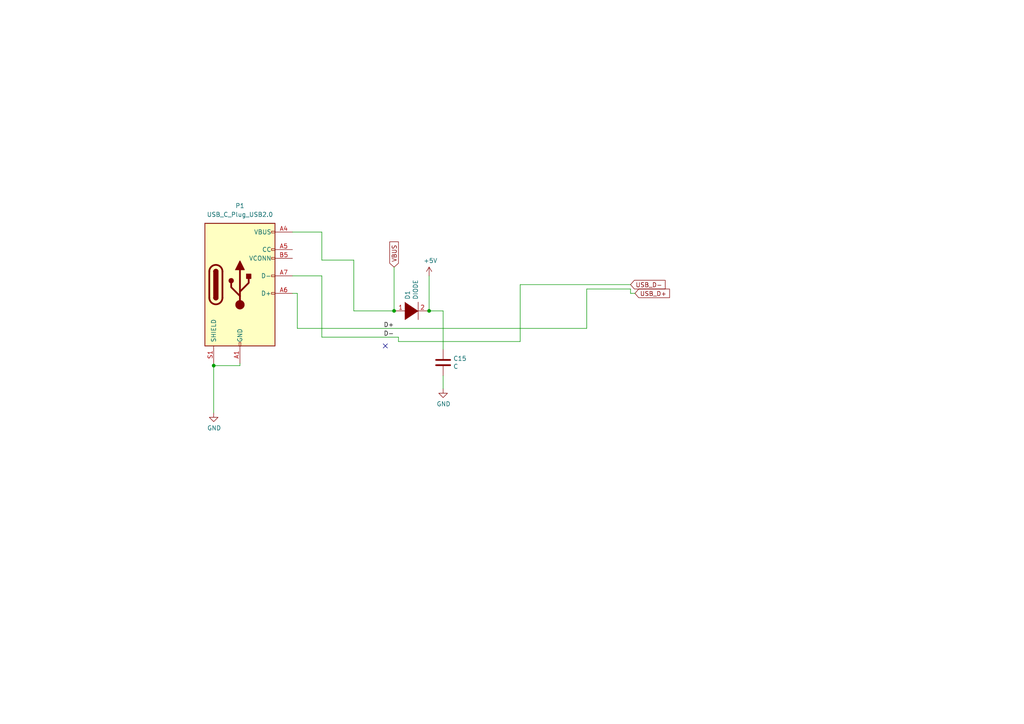
<source format=kicad_sch>
(kicad_sch (version 20230121) (generator eeschema)

  (uuid 8fa4d37e-fadc-451f-9ec6-918de86ebc0d)

  (paper "A4")

  (lib_symbols
    (symbol "Connector:USB_C_Plug_USB2.0" (pin_names (offset 1.016)) (in_bom yes) (on_board yes)
      (property "Reference" "P" (at -10.16 19.05 0)
        (effects (font (size 1.27 1.27)) (justify left))
      )
      (property "Value" "USB_C_Plug_USB2.0" (at 12.7 19.05 0)
        (effects (font (size 1.27 1.27)) (justify right))
      )
      (property "Footprint" "" (at 3.81 0 0)
        (effects (font (size 1.27 1.27)) hide)
      )
      (property "Datasheet" "https://www.usb.org/sites/default/files/documents/usb_type-c.zip" (at 3.81 0 0)
        (effects (font (size 1.27 1.27)) hide)
      )
      (property "ki_keywords" "usb universal serial bus type-C USB2.0" (at 0 0 0)
        (effects (font (size 1.27 1.27)) hide)
      )
      (property "ki_description" "USB 2.0-only Type-C Plug connector" (at 0 0 0)
        (effects (font (size 1.27 1.27)) hide)
      )
      (property "ki_fp_filters" "USB*C*Plug*" (at 0 0 0)
        (effects (font (size 1.27 1.27)) hide)
      )
      (symbol "USB_C_Plug_USB2.0_0_0"
        (rectangle (start -0.254 -17.78) (end 0.254 -16.764)
          (stroke (width 0) (type default))
          (fill (type none))
        )
        (rectangle (start 10.16 -2.286) (end 9.144 -2.794)
          (stroke (width 0) (type default))
          (fill (type none))
        )
        (rectangle (start 10.16 2.794) (end 9.144 2.286)
          (stroke (width 0) (type default))
          (fill (type none))
        )
        (rectangle (start 10.16 7.874) (end 9.144 7.366)
          (stroke (width 0) (type default))
          (fill (type none))
        )
        (rectangle (start 10.16 10.414) (end 9.144 9.906)
          (stroke (width 0) (type default))
          (fill (type none))
        )
        (rectangle (start 10.16 15.494) (end 9.144 14.986)
          (stroke (width 0) (type default))
          (fill (type none))
        )
      )
      (symbol "USB_C_Plug_USB2.0_0_1"
        (rectangle (start -10.16 17.78) (end 10.16 -17.78)
          (stroke (width 0.254) (type default))
          (fill (type background))
        )
        (arc (start -8.89 -3.81) (mid -6.985 -5.7067) (end -5.08 -3.81)
          (stroke (width 0.508) (type default))
          (fill (type none))
        )
        (arc (start -7.62 -3.81) (mid -6.985 -4.4423) (end -6.35 -3.81)
          (stroke (width 0.254) (type default))
          (fill (type none))
        )
        (arc (start -7.62 -3.81) (mid -6.985 -4.4423) (end -6.35 -3.81)
          (stroke (width 0.254) (type default))
          (fill (type outline))
        )
        (rectangle (start -7.62 -3.81) (end -6.35 3.81)
          (stroke (width 0.254) (type default))
          (fill (type outline))
        )
        (arc (start -6.35 3.81) (mid -6.985 4.4423) (end -7.62 3.81)
          (stroke (width 0.254) (type default))
          (fill (type none))
        )
        (arc (start -6.35 3.81) (mid -6.985 4.4423) (end -7.62 3.81)
          (stroke (width 0.254) (type default))
          (fill (type outline))
        )
        (arc (start -5.08 3.81) (mid -6.985 5.7067) (end -8.89 3.81)
          (stroke (width 0.508) (type default))
          (fill (type none))
        )
        (circle (center -2.54 1.143) (radius 0.635)
          (stroke (width 0.254) (type default))
          (fill (type outline))
        )
        (circle (center 0 -5.842) (radius 1.27)
          (stroke (width 0) (type default))
          (fill (type outline))
        )
        (polyline
          (pts
            (xy -8.89 -3.81)
            (xy -8.89 3.81)
          )
          (stroke (width 0.508) (type default))
          (fill (type none))
        )
        (polyline
          (pts
            (xy -5.08 3.81)
            (xy -5.08 -3.81)
          )
          (stroke (width 0.508) (type default))
          (fill (type none))
        )
        (polyline
          (pts
            (xy 0 -5.842)
            (xy 0 4.318)
          )
          (stroke (width 0.508) (type default))
          (fill (type none))
        )
        (polyline
          (pts
            (xy 0 -3.302)
            (xy -2.54 -0.762)
            (xy -2.54 0.508)
          )
          (stroke (width 0.508) (type default))
          (fill (type none))
        )
        (polyline
          (pts
            (xy 0 -2.032)
            (xy 2.54 0.508)
            (xy 2.54 1.778)
          )
          (stroke (width 0.508) (type default))
          (fill (type none))
        )
        (polyline
          (pts
            (xy -1.27 4.318)
            (xy 0 6.858)
            (xy 1.27 4.318)
            (xy -1.27 4.318)
          )
          (stroke (width 0.254) (type default))
          (fill (type outline))
        )
        (rectangle (start 1.905 1.778) (end 3.175 3.048)
          (stroke (width 0.254) (type default))
          (fill (type outline))
        )
      )
      (symbol "USB_C_Plug_USB2.0_1_1"
        (pin passive line (at 0 -22.86 90) (length 5.08)
          (name "GND" (effects (font (size 1.27 1.27))))
          (number "A1" (effects (font (size 1.27 1.27))))
        )
        (pin passive line (at 0 -22.86 90) (length 5.08) hide
          (name "GND" (effects (font (size 1.27 1.27))))
          (number "A12" (effects (font (size 1.27 1.27))))
        )
        (pin passive line (at 15.24 15.24 180) (length 5.08)
          (name "VBUS" (effects (font (size 1.27 1.27))))
          (number "A4" (effects (font (size 1.27 1.27))))
        )
        (pin bidirectional line (at 15.24 10.16 180) (length 5.08)
          (name "CC" (effects (font (size 1.27 1.27))))
          (number "A5" (effects (font (size 1.27 1.27))))
        )
        (pin bidirectional line (at 15.24 -2.54 180) (length 5.08)
          (name "D+" (effects (font (size 1.27 1.27))))
          (number "A6" (effects (font (size 1.27 1.27))))
        )
        (pin bidirectional line (at 15.24 2.54 180) (length 5.08)
          (name "D-" (effects (font (size 1.27 1.27))))
          (number "A7" (effects (font (size 1.27 1.27))))
        )
        (pin passive line (at 15.24 15.24 180) (length 5.08) hide
          (name "VBUS" (effects (font (size 1.27 1.27))))
          (number "A9" (effects (font (size 1.27 1.27))))
        )
        (pin passive line (at 0 -22.86 90) (length 5.08) hide
          (name "GND" (effects (font (size 1.27 1.27))))
          (number "B1" (effects (font (size 1.27 1.27))))
        )
        (pin passive line (at 0 -22.86 90) (length 5.08) hide
          (name "GND" (effects (font (size 1.27 1.27))))
          (number "B12" (effects (font (size 1.27 1.27))))
        )
        (pin passive line (at 15.24 15.24 180) (length 5.08) hide
          (name "VBUS" (effects (font (size 1.27 1.27))))
          (number "B4" (effects (font (size 1.27 1.27))))
        )
        (pin bidirectional line (at 15.24 7.62 180) (length 5.08)
          (name "VCONN" (effects (font (size 1.27 1.27))))
          (number "B5" (effects (font (size 1.27 1.27))))
        )
        (pin passive line (at 15.24 15.24 180) (length 5.08) hide
          (name "VBUS" (effects (font (size 1.27 1.27))))
          (number "B9" (effects (font (size 1.27 1.27))))
        )
        (pin passive line (at -7.62 -22.86 90) (length 5.08)
          (name "SHIELD" (effects (font (size 1.27 1.27))))
          (number "S1" (effects (font (size 1.27 1.27))))
        )
      )
    )
    (symbol "Device:C" (pin_numbers hide) (pin_names (offset 0.254)) (in_bom yes) (on_board yes)
      (property "Reference" "C" (at 0.635 2.54 0)
        (effects (font (size 1.27 1.27)) (justify left))
      )
      (property "Value" "C" (at 0.635 -2.54 0)
        (effects (font (size 1.27 1.27)) (justify left))
      )
      (property "Footprint" "" (at 0.9652 -3.81 0)
        (effects (font (size 1.27 1.27)) hide)
      )
      (property "Datasheet" "~" (at 0 0 0)
        (effects (font (size 1.27 1.27)) hide)
      )
      (property "ki_keywords" "cap capacitor" (at 0 0 0)
        (effects (font (size 1.27 1.27)) hide)
      )
      (property "ki_description" "Unpolarized capacitor" (at 0 0 0)
        (effects (font (size 1.27 1.27)) hide)
      )
      (property "ki_fp_filters" "C_*" (at 0 0 0)
        (effects (font (size 1.27 1.27)) hide)
      )
      (symbol "C_0_1"
        (polyline
          (pts
            (xy -2.032 -0.762)
            (xy 2.032 -0.762)
          )
          (stroke (width 0.508) (type default))
          (fill (type none))
        )
        (polyline
          (pts
            (xy -2.032 0.762)
            (xy 2.032 0.762)
          )
          (stroke (width 0.508) (type default))
          (fill (type none))
        )
      )
      (symbol "C_1_1"
        (pin passive line (at 0 3.81 270) (length 2.794)
          (name "~" (effects (font (size 1.27 1.27))))
          (number "1" (effects (font (size 1.27 1.27))))
        )
        (pin passive line (at 0 -3.81 90) (length 2.794)
          (name "~" (effects (font (size 1.27 1.27))))
          (number "2" (effects (font (size 1.27 1.27))))
        )
      )
    )
    (symbol "power:+5V" (power) (pin_names (offset 0)) (in_bom yes) (on_board yes)
      (property "Reference" "#PWR" (at 0 -3.81 0)
        (effects (font (size 1.27 1.27)) hide)
      )
      (property "Value" "+5V" (at 0 3.556 0)
        (effects (font (size 1.27 1.27)))
      )
      (property "Footprint" "" (at 0 0 0)
        (effects (font (size 1.27 1.27)) hide)
      )
      (property "Datasheet" "" (at 0 0 0)
        (effects (font (size 1.27 1.27)) hide)
      )
      (property "ki_keywords" "power-flag" (at 0 0 0)
        (effects (font (size 1.27 1.27)) hide)
      )
      (property "ki_description" "Power symbol creates a global label with name \"+5V\"" (at 0 0 0)
        (effects (font (size 1.27 1.27)) hide)
      )
      (symbol "+5V_0_1"
        (polyline
          (pts
            (xy -0.762 1.27)
            (xy 0 2.54)
          )
          (stroke (width 0) (type default))
          (fill (type none))
        )
        (polyline
          (pts
            (xy 0 0)
            (xy 0 2.54)
          )
          (stroke (width 0) (type default))
          (fill (type none))
        )
        (polyline
          (pts
            (xy 0 2.54)
            (xy 0.762 1.27)
          )
          (stroke (width 0) (type default))
          (fill (type none))
        )
      )
      (symbol "+5V_1_1"
        (pin power_in line (at 0 0 90) (length 0) hide
          (name "+5V" (effects (font (size 1.27 1.27))))
          (number "1" (effects (font (size 1.27 1.27))))
        )
      )
    )
    (symbol "power:GND" (power) (pin_names (offset 0)) (in_bom yes) (on_board yes)
      (property "Reference" "#PWR" (at 0 -6.35 0)
        (effects (font (size 1.27 1.27)) hide)
      )
      (property "Value" "GND" (at 0 -3.81 0)
        (effects (font (size 1.27 1.27)))
      )
      (property "Footprint" "" (at 0 0 0)
        (effects (font (size 1.27 1.27)) hide)
      )
      (property "Datasheet" "" (at 0 0 0)
        (effects (font (size 1.27 1.27)) hide)
      )
      (property "ki_keywords" "power-flag" (at 0 0 0)
        (effects (font (size 1.27 1.27)) hide)
      )
      (property "ki_description" "Power symbol creates a global label with name \"GND\" , ground" (at 0 0 0)
        (effects (font (size 1.27 1.27)) hide)
      )
      (symbol "GND_0_1"
        (polyline
          (pts
            (xy 0 0)
            (xy 0 -1.27)
            (xy 1.27 -1.27)
            (xy 0 -2.54)
            (xy -1.27 -1.27)
            (xy 0 -1.27)
          )
          (stroke (width 0) (type default))
          (fill (type none))
        )
      )
      (symbol "GND_1_1"
        (pin power_in line (at 0 0 270) (length 0) hide
          (name "GND" (effects (font (size 1.27 1.27))))
          (number "1" (effects (font (size 1.27 1.27))))
        )
      )
    )
    (symbol "pspice:DIODE" (pin_names (offset 1.016) hide) (in_bom yes) (on_board yes)
      (property "Reference" "D" (at 0 3.81 0)
        (effects (font (size 1.27 1.27)))
      )
      (property "Value" "DIODE" (at 0 -4.445 0)
        (effects (font (size 1.27 1.27)))
      )
      (property "Footprint" "" (at 0 0 0)
        (effects (font (size 1.27 1.27)) hide)
      )
      (property "Datasheet" "~" (at 0 0 0)
        (effects (font (size 1.27 1.27)) hide)
      )
      (property "ki_keywords" "simulation" (at 0 0 0)
        (effects (font (size 1.27 1.27)) hide)
      )
      (property "ki_description" "Diode symbol for simulation only. Pin order incompatible with official kicad footprints" (at 0 0 0)
        (effects (font (size 1.27 1.27)) hide)
      )
      (symbol "DIODE_0_1"
        (polyline
          (pts
            (xy 1.905 2.54)
            (xy 1.905 -2.54)
          )
          (stroke (width 0) (type default))
          (fill (type none))
        )
        (polyline
          (pts
            (xy -1.905 2.54)
            (xy -1.905 -2.54)
            (xy 1.905 0)
          )
          (stroke (width 0) (type default))
          (fill (type outline))
        )
      )
      (symbol "DIODE_1_1"
        (pin input line (at -5.08 0 0) (length 3.81)
          (name "K" (effects (font (size 1.27 1.27))))
          (number "1" (effects (font (size 1.27 1.27))))
        )
        (pin input line (at 5.08 0 180) (length 3.81)
          (name "A" (effects (font (size 1.27 1.27))))
          (number "2" (effects (font (size 1.27 1.27))))
        )
      )
    )
  )

  (junction (at 124.46 90.17) (diameter 0) (color 0 0 0 0)
    (uuid 16349f84-c7e0-40ec-8aa7-b6ff4f567f4c)
  )
  (junction (at 61.976 106.045) (diameter 0) (color 0 0 0 0)
    (uuid d09b1073-aac5-47c5-8ff6-41dd388b4acf)
  )
  (junction (at 114.3 90.17) (diameter 0) (color 0 0 0 0)
    (uuid dabfed75-ae1f-4929-bea4-07eb230bdc12)
  )

  (no_connect (at 111.76 100.33) (uuid 61c1078c-a3e1-4ae2-87a0-c408310b6a5d))

  (wire (pts (xy 128.524 108.966) (xy 128.524 112.776))
    (stroke (width 0) (type default))
    (uuid 0fe602d8-e94a-4a2f-8be3-6ab516c58053)
  )
  (wire (pts (xy 84.836 85.09) (xy 86.233 85.09))
    (stroke (width 0) (type default))
    (uuid 14aa4a6f-04f6-452e-954f-4588e1ab49d9)
  )
  (wire (pts (xy 115.57 97.79) (xy 115.57 99.06))
    (stroke (width 0) (type default))
    (uuid 17b184c5-466e-4721-a751-83dac0c4e6f6)
  )
  (wire (pts (xy 69.596 106.045) (xy 69.596 105.41))
    (stroke (width 0) (type default))
    (uuid 19f6e1f8-76b0-4cca-a66b-d92f0a25a5cc)
  )
  (wire (pts (xy 61.976 105.41) (xy 61.976 106.045))
    (stroke (width 0) (type default))
    (uuid 1bd21e6e-10fe-42de-8483-c1cd8de202f2)
  )
  (wire (pts (xy 182.88 82.55) (xy 150.876 82.55))
    (stroke (width 0) (type default))
    (uuid 27cd8dab-44cb-4cd5-81d3-f9ba193e258f)
  )
  (wire (pts (xy 170.18 83.82) (xy 170.18 95.25))
    (stroke (width 0) (type default))
    (uuid 3943751c-59d4-43ed-9d28-400c6e35c9cb)
  )
  (wire (pts (xy 124.46 80.01) (xy 124.46 90.17))
    (stroke (width 0) (type default))
    (uuid 3e802468-700b-4460-bb68-cb6d2297a859)
  )
  (wire (pts (xy 115.57 99.06) (xy 150.876 99.06))
    (stroke (width 0) (type default))
    (uuid 3f22d8c7-4440-4246-b10b-eb5e03050518)
  )
  (wire (pts (xy 182.88 85.09) (xy 182.88 83.82))
    (stroke (width 0) (type default))
    (uuid 4f6d307f-848e-42c8-ab65-51ca1b1078a3)
  )
  (wire (pts (xy 114.3 77.47) (xy 114.3 90.17))
    (stroke (width 0) (type default))
    (uuid 535b23f2-0dd8-4c14-898f-3769c7613e5f)
  )
  (wire (pts (xy 128.524 90.17) (xy 128.524 101.346))
    (stroke (width 0) (type default))
    (uuid 7009dbbf-69cd-4e18-9890-24ffc33e1ff9)
  )
  (wire (pts (xy 84.836 67.31) (xy 93.345 67.31))
    (stroke (width 0) (type default))
    (uuid 884b90d1-9af2-4b19-9814-f64e93c92eac)
  )
  (wire (pts (xy 184.15 85.09) (xy 182.88 85.09))
    (stroke (width 0) (type default))
    (uuid 8b3d9f92-f353-44a7-a8eb-6bb5dff1929e)
  )
  (wire (pts (xy 61.976 106.045) (xy 69.596 106.045))
    (stroke (width 0) (type default))
    (uuid 8f6d349f-2fc4-4901-8524-6ffd579712ad)
  )
  (wire (pts (xy 93.345 80.01) (xy 93.345 97.79))
    (stroke (width 0) (type default))
    (uuid 9653ccf3-03b6-4493-9c55-1d6ce01b04f6)
  )
  (wire (pts (xy 102.616 75.438) (xy 102.616 90.17))
    (stroke (width 0) (type default))
    (uuid 9cdfefda-2049-47df-b8bb-ca950a1e0222)
  )
  (wire (pts (xy 170.18 83.82) (xy 182.88 83.82))
    (stroke (width 0) (type default))
    (uuid 9d002a5a-074e-4839-8268-243a5376128a)
  )
  (wire (pts (xy 61.976 106.045) (xy 61.976 119.761))
    (stroke (width 0) (type default))
    (uuid a0fa9ab8-9dce-4f61-894c-ebbec9dc2e3f)
  )
  (wire (pts (xy 124.46 90.17) (xy 128.524 90.17))
    (stroke (width 0) (type default))
    (uuid b89a0e64-051a-4444-8980-eaa8983da68b)
  )
  (wire (pts (xy 150.876 82.55) (xy 150.876 99.06))
    (stroke (width 0) (type default))
    (uuid c16ac18e-9370-4a43-8f8d-5d2a2e1a26a7)
  )
  (wire (pts (xy 86.233 95.25) (xy 86.233 85.09))
    (stroke (width 0) (type default))
    (uuid dd77ff7f-a7ce-4e81-a169-52be37992977)
  )
  (wire (pts (xy 93.345 97.79) (xy 115.57 97.79))
    (stroke (width 0) (type default))
    (uuid e7f23a7b-dc30-4434-8774-bc957dca40b3)
  )
  (wire (pts (xy 84.836 80.01) (xy 93.345 80.01))
    (stroke (width 0) (type default))
    (uuid e8ddbd8a-e668-4aaf-8fc8-85a7c7470777)
  )
  (wire (pts (xy 93.345 67.31) (xy 93.345 75.438))
    (stroke (width 0) (type default))
    (uuid eb023302-214f-4524-9ace-e1b4aaa053b9)
  )
  (wire (pts (xy 86.233 95.25) (xy 170.18 95.25))
    (stroke (width 0) (type default))
    (uuid f89643c2-8aed-4a85-930e-ca91133cc6d5)
  )
  (wire (pts (xy 102.616 90.17) (xy 114.3 90.17))
    (stroke (width 0) (type default))
    (uuid fe4d6b06-6fe0-4553-91ae-d15be4e6d17c)
  )
  (wire (pts (xy 93.345 75.438) (xy 102.616 75.438))
    (stroke (width 0) (type default))
    (uuid ff7c9ede-57e8-4a91-a618-2d71b4790f18)
  )

  (label "D-" (at 114.3 97.79 180) (fields_autoplaced)
    (effects (font (size 1.27 1.27)) (justify right bottom))
    (uuid 92de02ef-65c2-40b3-925b-3444aa78865d)
  )
  (label "D+" (at 114.3 95.25 180) (fields_autoplaced)
    (effects (font (size 1.27 1.27)) (justify right bottom))
    (uuid abc3ba57-5ac9-49c7-8f7a-fba9c21637f4)
  )

  (global_label "USB_D-" (shape input) (at 182.88 82.55 0) (fields_autoplaced)
    (effects (font (size 1.27 1.27)) (justify left))
    (uuid abb50b4e-bfcb-4267-bef1-dcd357cfc9f6)
    (property "Intersheetrefs" "${INTERSHEET_REFS}" (at 0 0 0)
      (effects (font (size 1.27 1.27)) hide)
    )
  )
  (global_label "VBUS" (shape input) (at 114.3 77.47 90) (fields_autoplaced)
    (effects (font (size 1.27 1.27)) (justify left))
    (uuid dd6d0d68-7199-4188-9c18-303a7e6597dc)
    (property "Intersheetrefs" "${INTERSHEET_REFS}" (at 0 0 0)
      (effects (font (size 1.27 1.27)) hide)
    )
  )
  (global_label "USB_D+" (shape input) (at 184.15 85.09 0) (fields_autoplaced)
    (effects (font (size 1.27 1.27)) (justify left))
    (uuid ea034c34-43c4-4953-94d5-3227de665880)
    (property "Intersheetrefs" "${INTERSHEET_REFS}" (at 0 0 0)
      (effects (font (size 1.27 1.27)) hide)
    )
  )

  (symbol (lib_id "power:GND") (at 61.976 119.761 0) (unit 1)
    (in_bom yes) (on_board yes) (dnp no)
    (uuid 00000000-0000-0000-0000-00005f5427c8)
    (property "Reference" "#PWR0111" (at 61.976 126.111 0)
      (effects (font (size 1.27 1.27)) hide)
    )
    (property "Value" "GND" (at 62.103 124.1552 0)
      (effects (font (size 1.27 1.27)))
    )
    (property "Footprint" "" (at 61.976 119.761 0)
      (effects (font (size 1.27 1.27)) hide)
    )
    (property "Datasheet" "" (at 61.976 119.761 0)
      (effects (font (size 1.27 1.27)) hide)
    )
    (pin "1" (uuid e18c4f3c-d6db-46fe-bfb8-ee0597c23865))
    (instances
      (project "Pixracer_clone"
        (path "/167b39f0-685c-4f71-95e2-28f9b2e37320/00000000-0000-0000-0000-00005f53a524"
          (reference "#PWR0111") (unit 1)
        )
      )
    )
  )

  (symbol (lib_id "Device:C") (at 128.524 105.156 0) (unit 1)
    (in_bom yes) (on_board yes) (dnp no)
    (uuid 00000000-0000-0000-0000-00005f5427e8)
    (property "Reference" "C15" (at 131.445 103.9876 0)
      (effects (font (size 1.27 1.27)) (justify left))
    )
    (property "Value" "C" (at 131.445 106.299 0)
      (effects (font (size 1.27 1.27)) (justify left))
    )
    (property "Footprint" "Capacitor_SMD:C_0603_1608Metric" (at 129.4892 108.966 0)
      (effects (font (size 1.27 1.27)) hide)
    )
    (property "Datasheet" "~" (at 128.524 105.156 0)
      (effects (font (size 1.27 1.27)) hide)
    )
    (pin "1" (uuid 0c4b511f-f5ab-4a24-9a51-a88fa201e76c))
    (pin "2" (uuid 1dd4e323-4f51-48e7-8225-803fb2654562))
    (instances
      (project "Pixracer_clone"
        (path "/167b39f0-685c-4f71-95e2-28f9b2e37320/00000000-0000-0000-0000-00005f53a524"
          (reference "C15") (unit 1)
        )
      )
    )
  )

  (symbol (lib_id "power:GND") (at 128.524 112.776 0) (unit 1)
    (in_bom yes) (on_board yes) (dnp no)
    (uuid 00000000-0000-0000-0000-00005f5427f0)
    (property "Reference" "#PWR0113" (at 128.524 119.126 0)
      (effects (font (size 1.27 1.27)) hide)
    )
    (property "Value" "GND" (at 128.651 117.1702 0)
      (effects (font (size 1.27 1.27)))
    )
    (property "Footprint" "" (at 128.524 112.776 0)
      (effects (font (size 1.27 1.27)) hide)
    )
    (property "Datasheet" "" (at 128.524 112.776 0)
      (effects (font (size 1.27 1.27)) hide)
    )
    (pin "1" (uuid b950930e-32c1-4a99-aa3e-803242aa23d8))
    (instances
      (project "Pixracer_clone"
        (path "/167b39f0-685c-4f71-95e2-28f9b2e37320/00000000-0000-0000-0000-00005f53a524"
          (reference "#PWR0113") (unit 1)
        )
      )
    )
  )

  (symbol (lib_id "pspice:DIODE") (at 119.38 90.17 0) (unit 1)
    (in_bom yes) (on_board yes) (dnp no)
    (uuid 00000000-0000-0000-0000-00005f5427f7)
    (property "Reference" "D1" (at 118.2116 86.9188 90)
      (effects (font (size 1.27 1.27)) (justify left))
    )
    (property "Value" "DIODE" (at 120.523 86.9188 90)
      (effects (font (size 1.27 1.27)) (justify left))
    )
    (property "Footprint" "Diode_SMD:D_1206_3216Metric" (at 119.38 90.17 0)
      (effects (font (size 1.27 1.27)) hide)
    )
    (property "Datasheet" "~" (at 119.38 90.17 0)
      (effects (font (size 1.27 1.27)) hide)
    )
    (pin "1" (uuid 097b9084-e9dc-4c38-b6d3-4353b2616385))
    (pin "2" (uuid 29e5bdb4-0f63-4eff-9e9c-675a22dd9876))
    (instances
      (project "Pixracer_clone"
        (path "/167b39f0-685c-4f71-95e2-28f9b2e37320/00000000-0000-0000-0000-00005f53a524"
          (reference "D1") (unit 1)
        )
      )
    )
  )

  (symbol (lib_id "Connector:USB_C_Plug_USB2.0") (at 69.596 82.55 0) (unit 1)
    (in_bom yes) (on_board yes) (dnp no) (fields_autoplaced)
    (uuid 166466c7-1ed3-4751-a6e8-767c980a5d5a)
    (property "Reference" "P1" (at 69.596 59.69 0)
      (effects (font (size 1.27 1.27)))
    )
    (property "Value" "USB_C_Plug_USB2.0" (at 69.596 62.23 0)
      (effects (font (size 1.27 1.27)))
    )
    (property "Footprint" "Connector_USB:USB_C_Receptacle_HRO_TYPE-C-31-M-12" (at 73.406 82.55 0)
      (effects (font (size 1.27 1.27)) hide)
    )
    (property "Datasheet" "https://www.usb.org/sites/default/files/documents/usb_type-c.zip" (at 73.406 82.55 0)
      (effects (font (size 1.27 1.27)) hide)
    )
    (pin "A1" (uuid 5b579f7f-2dee-4f44-a8b1-eda6188f9d13))
    (pin "A12" (uuid 9894b36a-51a8-4ba2-ada5-ece9d1cf1f43))
    (pin "A4" (uuid f61d4089-faee-4804-adf2-9197895b4170))
    (pin "A5" (uuid c01fb18e-5913-46d7-8cfc-8b94a5e486c9))
    (pin "A6" (uuid 0ad77c3a-c9da-4c09-b3ab-423366efa11c))
    (pin "A7" (uuid 698dd8ef-d090-48e7-b9f2-40c922a9bcc3))
    (pin "A9" (uuid f751b1fe-3db7-4a62-bf4b-9e93b8ee5e94))
    (pin "B1" (uuid cfe5c931-d732-4016-b86b-ee83737109ff))
    (pin "B12" (uuid 6a389e73-c57f-4f84-91f9-49696b9d1a66))
    (pin "B4" (uuid aed14106-8c7f-48f2-89e5-66c790d04c30))
    (pin "B5" (uuid 606e2622-2331-413f-a360-d4af399d999d))
    (pin "B9" (uuid 7203a235-0e9c-4b98-89b7-f433594e7851))
    (pin "S1" (uuid 92314389-82ff-451f-b584-72f5a2b701e6))
    (instances
      (project "Pixracer_clone"
        (path "/167b39f0-685c-4f71-95e2-28f9b2e37320/00000000-0000-0000-0000-00005f53a524"
          (reference "P1") (unit 1)
        )
      )
    )
  )

  (symbol (lib_id "power:+5V") (at 124.46 80.01 0) (unit 1)
    (in_bom yes) (on_board yes) (dnp no)
    (uuid 3ab3ee4c-9fd3-4244-8fe8-c3b70eda72c9)
    (property "Reference" "#PWR0170" (at 124.46 83.82 0)
      (effects (font (size 1.27 1.27)) hide)
    )
    (property "Value" "+5V" (at 124.841 75.6158 0)
      (effects (font (size 1.27 1.27)))
    )
    (property "Footprint" "" (at 124.46 80.01 0)
      (effects (font (size 1.27 1.27)) hide)
    )
    (property "Datasheet" "" (at 124.46 80.01 0)
      (effects (font (size 1.27 1.27)) hide)
    )
    (pin "1" (uuid af316b2d-af05-477d-9882-6a5f1953e9ac))
    (instances
      (project "Pixracer_clone"
        (path "/167b39f0-685c-4f71-95e2-28f9b2e37320/00000000-0000-0000-0000-00005f5c31de"
          (reference "#PWR0170") (unit 1)
        )
        (path "/167b39f0-685c-4f71-95e2-28f9b2e37320/00000000-0000-0000-0000-00005f53a524"
          (reference "#PWR014") (unit 1)
        )
      )
    )
  )
)

</source>
